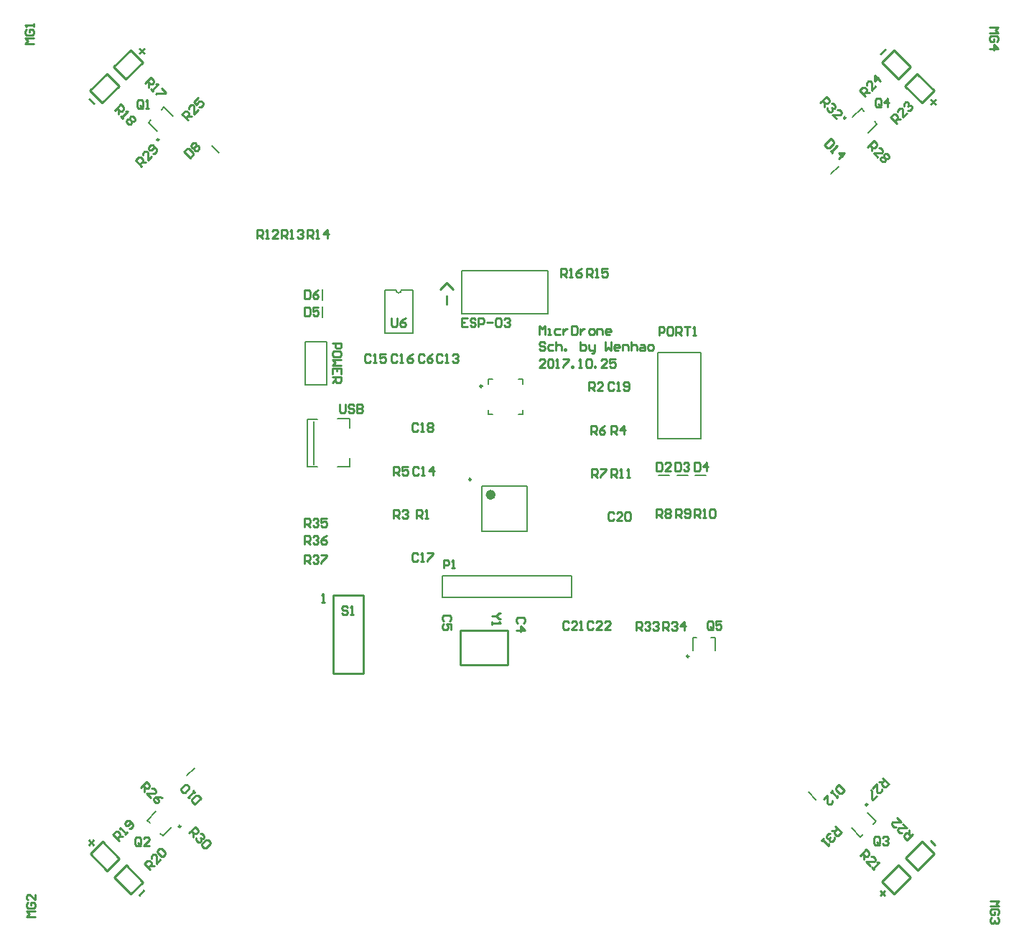
<source format=gto>
%FSLAX25Y25*%
%MOIN*%
G70*
G01*
G75*
G04:AMPARAMS|DCode=10|XSize=78.74mil|YSize=47.24mil|CornerRadius=0mil|HoleSize=0mil|Usage=FLASHONLY|Rotation=45.000|XOffset=0mil|YOffset=0mil|HoleType=Round|Shape=Rectangle|*
%AMROTATEDRECTD10*
4,1,4,-0.01114,-0.04454,-0.04454,-0.01114,0.01114,0.04454,0.04454,0.01114,-0.01114,-0.04454,0.0*
%
%ADD10ROTATEDRECTD10*%

G04:AMPARAMS|DCode=11|XSize=78.74mil|YSize=47.24mil|CornerRadius=0mil|HoleSize=0mil|Usage=FLASHONLY|Rotation=315.000|XOffset=0mil|YOffset=0mil|HoleType=Round|Shape=Rectangle|*
%AMROTATEDRECTD11*
4,1,4,-0.04454,0.01114,-0.01114,0.04454,0.04454,-0.01114,0.01114,-0.04454,-0.04454,0.01114,0.0*
%
%ADD11ROTATEDRECTD11*%

%ADD12O,0.08268X0.01181*%
%ADD13O,0.01181X0.08268*%
G04:AMPARAMS|DCode=14|XSize=59.06mil|YSize=51.18mil|CornerRadius=0mil|HoleSize=0mil|Usage=FLASHONLY|Rotation=225.000|XOffset=0mil|YOffset=0mil|HoleType=Round|Shape=Rectangle|*
%AMROTATEDRECTD14*
4,1,4,0.00278,0.03897,0.03897,0.00278,-0.00278,-0.03897,-0.03897,-0.00278,0.00278,0.03897,0.0*
%
%ADD14ROTATEDRECTD14*%

G04:AMPARAMS|DCode=15|XSize=35.43mil|YSize=37.4mil|CornerRadius=0mil|HoleSize=0mil|Usage=FLASHONLY|Rotation=45.000|XOffset=0mil|YOffset=0mil|HoleType=Round|Shape=Rectangle|*
%AMROTATEDRECTD15*
4,1,4,0.00070,-0.02575,-0.02575,0.00070,-0.00070,0.02575,0.02575,-0.00070,0.00070,-0.02575,0.0*
%
%ADD15ROTATEDRECTD15*%

G04:AMPARAMS|DCode=16|XSize=35.43mil|YSize=37.4mil|CornerRadius=0mil|HoleSize=0mil|Usage=FLASHONLY|Rotation=45.000|XOffset=0mil|YOffset=0mil|HoleType=Round|Shape=Rectangle|*
%AMROTATEDRECTD16*
4,1,4,0.00070,-0.02575,-0.02575,0.00070,-0.00070,0.02575,0.02575,-0.00070,0.00070,-0.02575,0.0*
%
%ADD16ROTATEDRECTD16*%

G04:AMPARAMS|DCode=17|XSize=59.06mil|YSize=51.18mil|CornerRadius=0mil|HoleSize=0mil|Usage=FLASHONLY|Rotation=135.000|XOffset=0mil|YOffset=0mil|HoleType=Round|Shape=Rectangle|*
%AMROTATEDRECTD17*
4,1,4,0.03897,-0.00278,0.00278,-0.03897,-0.03897,0.00278,-0.00278,0.03897,0.03897,-0.00278,0.0*
%
%ADD17ROTATEDRECTD17*%

G04:AMPARAMS|DCode=18|XSize=53.15mil|YSize=15.75mil|CornerRadius=0mil|HoleSize=0mil|Usage=FLASHONLY|Rotation=0.000|XOffset=0mil|YOffset=0mil|HoleType=Round|Shape=Octagon|*
%AMOCTAGOND18*
4,1,8,0.02658,-0.00394,0.02658,0.00394,0.02264,0.00787,-0.02264,0.00787,-0.02658,0.00394,-0.02658,-0.00394,-0.02264,-0.00787,0.02264,-0.00787,0.02658,-0.00394,0.0*
%
%ADD18OCTAGOND18*%

%ADD19R,0.07480X0.09000*%
%ADD20R,0.07480X0.07087*%
G04:AMPARAMS|DCode=21|XSize=35.43mil|YSize=37.4mil|CornerRadius=0mil|HoleSize=0mil|Usage=FLASHONLY|Rotation=135.000|XOffset=0mil|YOffset=0mil|HoleType=Round|Shape=Rectangle|*
%AMROTATEDRECTD21*
4,1,4,0.02575,0.00070,-0.00070,-0.02575,-0.02575,-0.00070,0.00070,0.02575,0.02575,0.00070,0.0*
%
%ADD21ROTATEDRECTD21*%

G04:AMPARAMS|DCode=22|XSize=35.43mil|YSize=37.4mil|CornerRadius=0mil|HoleSize=0mil|Usage=FLASHONLY|Rotation=135.000|XOffset=0mil|YOffset=0mil|HoleType=Round|Shape=Rectangle|*
%AMROTATEDRECTD22*
4,1,4,0.02575,0.00070,-0.00070,-0.02575,-0.02575,-0.00070,0.00070,0.02575,0.02575,0.00070,0.0*
%
%ADD22ROTATEDRECTD22*%

%ADD23R,0.07480X0.02756*%
%ADD24O,0.02362X0.00984*%
%ADD25O,0.00984X0.02362*%
%ADD26R,0.11024X0.10630*%
%ADD27R,0.05906X0.05118*%
%ADD28R,0.05906X0.03937*%
%ADD29R,0.04724X0.01654*%
%ADD30R,0.05118X0.05906*%
%ADD31R,0.03543X0.03740*%
%ADD32R,0.03543X0.03740*%
%ADD33C,0.01000*%
%ADD34C,0.05906*%
%ADD35R,0.05906X0.05906*%
%ADD36R,0.05906X0.05906*%
%ADD37C,0.31496*%
%ADD38C,0.01969*%
%ADD39R,0.06102X0.04331*%
%ADD40R,0.06102X0.04331*%
%ADD41R,0.06102X0.13583*%
%ADD42R,0.07874X0.05906*%
%ADD43R,0.09843X0.07087*%
%ADD44R,0.03937X0.01575*%
%ADD45R,0.03937X0.01575*%
%ADD46R,0.07087X0.09843*%
%ADD47R,0.01575X0.03937*%
%ADD48R,0.01575X0.03937*%
%ADD49C,0.00984*%
%ADD50C,0.02362*%
%ADD51C,0.00787*%
D33*
X204517Y1001404D02*
X206638Y1003525D01*
X204517D02*
X206638Y1001404D01*
X192496Y995040D02*
X200274Y1002818D01*
X192496Y995040D02*
X198153Y989383D01*
X205931Y997161D01*
X200274Y1002818D02*
X205931Y997161D01*
X189314Y991858D02*
X194971Y986201D01*
X187192Y978423D02*
X194971Y986201D01*
X181536Y984080D02*
X187192Y978423D01*
X181536Y984080D02*
X189314Y991858D01*
X181182Y980191D02*
X183303Y978069D01*
X571904Y979984D02*
X574025Y977862D01*
X571904D02*
X574025Y979984D01*
X565540Y992004D02*
X573318Y984226D01*
X559883Y986347D02*
X565540Y992004D01*
X559883Y986347D02*
X567661Y978569D01*
X573318Y984226D01*
X556701Y989529D02*
X562358Y995186D01*
X548923Y997308D02*
X556701Y989529D01*
X548923Y997308D02*
X554580Y1002964D01*
X562358Y995186D01*
X548569Y1001197D02*
X550691Y1003318D01*
X180975Y636138D02*
X183096Y634017D01*
X180975D02*
X183096Y636138D01*
X181682Y629774D02*
X189460Y621996D01*
X195117Y627653D01*
X187339Y635431D02*
X195117Y627653D01*
X181682Y629774D02*
X187339Y635431D01*
X192642Y618814D02*
X198299Y624471D01*
X206077Y616692D01*
X200420Y611036D02*
X206077Y616692D01*
X192642Y618814D02*
X200420Y611036D01*
X204309Y610682D02*
X206431Y612803D01*
X548362Y610475D02*
X550484Y612596D01*
X548362D02*
X550484Y610475D01*
X554726Y611182D02*
X562504Y618960D01*
X556847Y624617D02*
X562504Y618960D01*
X549069Y616839D02*
X556847Y624617D01*
X549069Y616839D02*
X554726Y611182D01*
X560029Y627799D02*
X565686Y622142D01*
X560029Y627799D02*
X567808Y635577D01*
X573464Y629920D01*
X565686Y622142D02*
X573464Y629920D01*
X571697Y635931D02*
X573818Y633809D01*
X294500Y713500D02*
Y749720D01*
X308280D01*
Y713500D02*
Y749720D01*
X294500Y713500D02*
X308280D01*
X375500Y717500D02*
Y733500D01*
X353500D02*
X375500D01*
X353500Y717500D02*
Y733500D01*
Y717500D02*
X375500D01*
X390000Y871000D02*
Y874936D01*
X391312Y873624D01*
X392624Y874936D01*
Y871000D01*
X393936D02*
X395248D01*
X394592D01*
Y873624D01*
X393936D01*
X399839D02*
X397871D01*
X397216Y872968D01*
Y871656D01*
X397871Y871000D01*
X399839D01*
X401151Y873624D02*
Y871000D01*
Y872312D01*
X401807Y872968D01*
X402463Y873624D01*
X403119D01*
X405087Y874936D02*
Y871000D01*
X407055D01*
X407711Y871656D01*
Y874280D01*
X407055Y874936D01*
X405087D01*
X409023Y873624D02*
Y871000D01*
Y872312D01*
X409679Y872968D01*
X410335Y873624D01*
X410991D01*
X413614Y871000D02*
X414926D01*
X415582Y871656D01*
Y872968D01*
X414926Y873624D01*
X413614D01*
X412958Y872968D01*
Y871656D01*
X413614Y871000D01*
X416894D02*
Y873624D01*
X418862D01*
X419518Y872968D01*
Y871000D01*
X422798D02*
X421486D01*
X420830Y871656D01*
Y872968D01*
X421486Y873624D01*
X422798D01*
X423454Y872968D01*
Y872312D01*
X420830D01*
X392624Y855500D02*
X390000D01*
X392624Y858124D01*
Y858780D01*
X391968Y859436D01*
X390656D01*
X390000Y858780D01*
X393936D02*
X394592Y859436D01*
X395904D01*
X396560Y858780D01*
Y856156D01*
X395904Y855500D01*
X394592D01*
X393936Y856156D01*
Y858780D01*
X397871Y855500D02*
X399183D01*
X398527D01*
Y859436D01*
X397871Y858780D01*
X401151Y859436D02*
X403775D01*
Y858780D01*
X401151Y856156D01*
Y855500D01*
X405087D02*
Y856156D01*
X405743D01*
Y855500D01*
X405087D01*
X408367D02*
X409679D01*
X409023D01*
Y859436D01*
X408367Y858780D01*
X411647D02*
X412302Y859436D01*
X413614D01*
X414270Y858780D01*
Y856156D01*
X413614Y855500D01*
X412302D01*
X411647Y856156D01*
Y858780D01*
X415582Y855500D02*
Y856156D01*
X416238D01*
Y855500D01*
X415582D01*
X421486D02*
X418862D01*
X421486Y858124D01*
Y858780D01*
X420830Y859436D01*
X419518D01*
X418862Y858780D01*
X425422Y859436D02*
X422798D01*
Y857468D01*
X424110Y858124D01*
X424766D01*
X425422Y857468D01*
Y856156D01*
X424766Y855500D01*
X423454D01*
X422798Y856156D01*
X392624Y866780D02*
X391968Y867436D01*
X390656D01*
X390000Y866780D01*
Y866124D01*
X390656Y865468D01*
X391968D01*
X392624Y864812D01*
Y864156D01*
X391968Y863500D01*
X390656D01*
X390000Y864156D01*
X396560Y866124D02*
X394592D01*
X393936Y865468D01*
Y864156D01*
X394592Y863500D01*
X396560D01*
X397871Y867436D02*
Y863500D01*
Y865468D01*
X398527Y866124D01*
X399839D01*
X400495Y865468D01*
Y863500D01*
X401807D02*
Y864156D01*
X402463D01*
Y863500D01*
X401807D01*
X409023Y867436D02*
Y863500D01*
X410991D01*
X411647Y864156D01*
Y864812D01*
Y865468D01*
X410991Y866124D01*
X409023D01*
X412958D02*
Y864156D01*
X413614Y863500D01*
X415582D01*
Y862844D01*
X414926Y862188D01*
X414270D01*
X415582Y863500D02*
Y866124D01*
X420830Y867436D02*
Y863500D01*
X422142Y864812D01*
X423454Y863500D01*
Y867436D01*
X426734Y863500D02*
X425422D01*
X424766Y864156D01*
Y865468D01*
X425422Y866124D01*
X426734D01*
X427389Y865468D01*
Y864812D01*
X424766D01*
X428701Y863500D02*
Y866124D01*
X430669D01*
X431325Y865468D01*
Y863500D01*
X432637Y867436D02*
Y863500D01*
Y865468D01*
X433293Y866124D01*
X434605D01*
X435261Y865468D01*
Y863500D01*
X437229Y866124D02*
X438541D01*
X439197Y865468D01*
Y863500D01*
X437229D01*
X436573Y864156D01*
X437229Y864812D01*
X439197D01*
X441165Y863500D02*
X442477D01*
X443132Y864156D01*
Y865468D01*
X442477Y866124D01*
X441165D01*
X440509Y865468D01*
Y864156D01*
X441165Y863500D01*
X371936Y741500D02*
X371280D01*
X369968Y740188D01*
X371280Y738876D01*
X371936D01*
X369968Y740188D02*
X368000D01*
Y737564D02*
Y736252D01*
Y736908D01*
X371936D01*
X371280Y737564D01*
X321500Y878436D02*
Y875156D01*
X322156Y874500D01*
X323468D01*
X324124Y875156D01*
Y878436D01*
X328060D02*
X326748Y877780D01*
X325436Y876468D01*
Y875156D01*
X326092Y874500D01*
X327404D01*
X328060Y875156D01*
Y875812D01*
X327404Y876468D01*
X325436D01*
X301124Y744280D02*
X300468Y744936D01*
X299156D01*
X298500Y744280D01*
Y743624D01*
X299156Y742968D01*
X300468D01*
X301124Y742312D01*
Y741656D01*
X300468Y741000D01*
X299156D01*
X298500Y741656D01*
X302436Y741000D02*
X303748D01*
X303092D01*
Y744936D01*
X302436Y744280D01*
X281000Y764500D02*
Y768436D01*
X282968D01*
X283624Y767780D01*
Y766468D01*
X282968Y765812D01*
X281000D01*
X282312D02*
X283624Y764500D01*
X284936Y767780D02*
X285592Y768436D01*
X286904D01*
X287560Y767780D01*
Y767124D01*
X286904Y766468D01*
X286248D01*
X286904D01*
X287560Y765812D01*
Y765156D01*
X286904Y764500D01*
X285592D01*
X284936Y765156D01*
X288872Y768436D02*
X291495D01*
Y767780D01*
X288872Y765156D01*
Y764500D01*
X281000Y773500D02*
Y777436D01*
X282968D01*
X283624Y776780D01*
Y775468D01*
X282968Y774812D01*
X281000D01*
X282312D02*
X283624Y773500D01*
X284936Y776780D02*
X285592Y777436D01*
X286904D01*
X287560Y776780D01*
Y776124D01*
X286904Y775468D01*
X286248D01*
X286904D01*
X287560Y774812D01*
Y774156D01*
X286904Y773500D01*
X285592D01*
X284936Y774156D01*
X291495Y777436D02*
X290183Y776780D01*
X288872Y775468D01*
Y774156D01*
X289527Y773500D01*
X290839D01*
X291495Y774156D01*
Y774812D01*
X290839Y775468D01*
X288872D01*
X281000Y781500D02*
Y785436D01*
X282968D01*
X283624Y784780D01*
Y783468D01*
X282968Y782812D01*
X281000D01*
X282312D02*
X283624Y781500D01*
X284936Y784780D02*
X285592Y785436D01*
X286904D01*
X287560Y784780D01*
Y784124D01*
X286904Y783468D01*
X286248D01*
X286904D01*
X287560Y782812D01*
Y782156D01*
X286904Y781500D01*
X285592D01*
X284936Y782156D01*
X291495Y785436D02*
X288872D01*
Y783468D01*
X290183Y784124D01*
X290839D01*
X291495Y783468D01*
Y782156D01*
X290839Y781500D01*
X289527D01*
X288872Y782156D01*
X447500Y733500D02*
Y737436D01*
X449468D01*
X450124Y736780D01*
Y735468D01*
X449468Y734812D01*
X447500D01*
X448812D02*
X450124Y733500D01*
X451436Y736780D02*
X452092Y737436D01*
X453404D01*
X454060Y736780D01*
Y736124D01*
X453404Y735468D01*
X452748D01*
X453404D01*
X454060Y734812D01*
Y734156D01*
X453404Y733500D01*
X452092D01*
X451436Y734156D01*
X457339Y733500D02*
Y737436D01*
X455372Y735468D01*
X457995D01*
X435000Y733500D02*
Y737436D01*
X436968D01*
X437624Y736780D01*
Y735468D01*
X436968Y734812D01*
X435000D01*
X436312D02*
X437624Y733500D01*
X438936Y736780D02*
X439592Y737436D01*
X440904D01*
X441560Y736780D01*
Y736124D01*
X440904Y735468D01*
X440248D01*
X440904D01*
X441560Y734812D01*
Y734156D01*
X440904Y733500D01*
X439592D01*
X438936Y734156D01*
X442872Y736780D02*
X443527Y737436D01*
X444839D01*
X445495Y736780D01*
Y736124D01*
X444839Y735468D01*
X444183D01*
X444839D01*
X445495Y734812D01*
Y734156D01*
X444839Y733500D01*
X443527D01*
X442872Y734156D01*
X520500Y978500D02*
X523283Y981283D01*
X524675Y979891D01*
Y978964D01*
X523747Y978036D01*
X522819D01*
X521428Y979428D01*
X522355Y978500D02*
Y976645D01*
X525602Y978036D02*
X526530D01*
X527458Y977108D01*
X527458Y976181D01*
X526994Y975717D01*
X526066D01*
X525602Y976181D01*
X526066Y975717D01*
X526066Y974789D01*
X525602Y974325D01*
X524675D01*
X523747Y975253D01*
Y976181D01*
X527921Y971079D02*
X526066Y972934D01*
X529777D01*
X530240Y973398D01*
X530240Y974325D01*
X529313Y975253D01*
X528385D01*
X527500Y642500D02*
X530283Y639717D01*
X528892Y638326D01*
X527964D01*
X527036Y639253D01*
Y640181D01*
X528428Y641572D01*
X527500Y640645D02*
X525645D01*
X527036Y637398D02*
Y636470D01*
X526109Y635542D01*
X525181Y635542D01*
X524717Y636006D01*
Y636934D01*
X525181Y637398D01*
X524717Y636934D01*
X523789Y636934D01*
X523325Y637398D01*
Y638326D01*
X524253Y639253D01*
X525181D01*
X521934Y636934D02*
X521006Y636006D01*
X521470Y636470D01*
X524253Y633687D01*
Y634615D01*
X227500Y639500D02*
X230283Y642283D01*
X231675Y640892D01*
Y639964D01*
X230747Y639036D01*
X229819D01*
X228428Y640428D01*
X229355Y639500D02*
Y637645D01*
X232602Y639036D02*
X233530D01*
X234457Y638108D01*
X234457Y637181D01*
X233994Y636717D01*
X233066D01*
X232602Y637181D01*
X233066Y636717D01*
X233066Y635789D01*
X232602Y635325D01*
X231675D01*
X230747Y636253D01*
Y637181D01*
X235385Y636253D02*
X236313D01*
X237241Y635325D01*
X237241Y634398D01*
X235385Y632543D01*
X234457Y632543D01*
X233530Y633470D01*
Y634398D01*
X235385Y636253D01*
X205500Y949000D02*
X202717Y951783D01*
X204109Y953174D01*
X205036D01*
X205964Y952247D01*
Y951319D01*
X204572Y949928D01*
X205500Y950855D02*
X207355D01*
X210138Y953638D02*
X208283Y951783D01*
Y955494D01*
X207819Y955958D01*
X206891Y955958D01*
X205964Y955030D01*
Y954102D01*
X210602Y955030D02*
X211530D01*
X212457Y955958D01*
X212457Y956885D01*
X210602Y958741D01*
X209675Y958741D01*
X208747Y957813D01*
Y956885D01*
X209211Y956421D01*
X210138D01*
X211530Y957813D01*
X542500Y958000D02*
X545283Y960783D01*
X546674Y959391D01*
Y958464D01*
X545747Y957536D01*
X544819D01*
X543428Y958928D01*
X544355Y958000D02*
Y956145D01*
X547138Y953362D02*
X545283Y955217D01*
X548994D01*
X549458Y955681D01*
X549458Y956608D01*
X548530Y957536D01*
X547602D01*
X550385Y954753D02*
X551313D01*
X552241Y953825D01*
X552240Y952898D01*
X551777Y952434D01*
X550849D01*
X550849Y951506D01*
X550385Y951042D01*
X549458Y951042D01*
X548530Y951970D01*
Y952898D01*
X548994Y953362D01*
X549921D01*
Y954289D01*
X550385Y954753D01*
X549921Y953362D02*
X550849Y952434D01*
X549500Y665000D02*
X552283Y662217D01*
X550891Y660825D01*
X549964D01*
X549036Y661753D01*
Y662681D01*
X550428Y664072D01*
X549500Y663145D02*
X547645D01*
X544862Y660362D02*
X546717Y662217D01*
Y658506D01*
X547181Y658042D01*
X548108Y658042D01*
X549036Y658970D01*
Y659898D01*
X546717Y656651D02*
X544862Y654796D01*
X544398Y655260D01*
Y658970D01*
X543934Y659434D01*
X205000Y660500D02*
X207783Y663283D01*
X209174Y661892D01*
Y660964D01*
X208247Y660036D01*
X207319D01*
X205928Y661428D01*
X206855Y660500D02*
Y658645D01*
X209638Y655862D02*
X207783Y657717D01*
X211494D01*
X211958Y658181D01*
X211958Y659108D01*
X211030Y660036D01*
X210102D01*
X215204Y655862D02*
X213813Y656325D01*
X211958D01*
X211030Y655398D01*
Y654470D01*
X211958Y653543D01*
X212885Y653543D01*
X213349Y654006D01*
X213349Y654934D01*
X211958Y656325D01*
X227000Y970500D02*
X224217Y973283D01*
X225608Y974675D01*
X226536D01*
X227464Y973747D01*
Y972819D01*
X226072Y971428D01*
X227000Y972355D02*
X228855D01*
X231638Y975138D02*
X229783Y973283D01*
Y976994D01*
X229319Y977458D01*
X228392Y977458D01*
X227464Y976530D01*
Y975602D01*
X231638Y980704D02*
X229783Y978849D01*
X231174Y977458D01*
X231638Y978849D01*
X232102Y979313D01*
X233030D01*
X233958Y978385D01*
X233958Y977458D01*
X233030Y976530D01*
X232102D01*
X541500Y981500D02*
X538717Y984283D01*
X540108Y985674D01*
X541036D01*
X541964Y984747D01*
Y983819D01*
X540572Y982428D01*
X541500Y983355D02*
X543355D01*
X546138Y986138D02*
X544283Y984283D01*
Y987994D01*
X543819Y988457D01*
X542892Y988457D01*
X541964Y987530D01*
Y986602D01*
X548457Y988457D02*
X545675Y991241D01*
Y988457D01*
X547530Y990313D01*
X556000Y969000D02*
X553217Y971783D01*
X554608Y973174D01*
X555536D01*
X556464Y972247D01*
Y971319D01*
X555072Y969928D01*
X556000Y970855D02*
X557855D01*
X560638Y973638D02*
X558783Y971783D01*
Y975494D01*
X558319Y975957D01*
X557392Y975957D01*
X556464Y975030D01*
Y974102D01*
X559247Y976885D02*
Y977813D01*
X560175Y978741D01*
X561102Y978741D01*
X561566Y978277D01*
Y977349D01*
X561102Y976885D01*
X561566Y977349D01*
X562494Y977349D01*
X562957Y976885D01*
X562957Y975957D01*
X562030Y975030D01*
X561102D01*
X563500Y639000D02*
X560717Y636217D01*
X559326Y637608D01*
Y638536D01*
X560253Y639464D01*
X561181D01*
X562572Y638072D01*
X561645Y639000D02*
Y640855D01*
X558862Y643638D02*
X560717Y641783D01*
X557006D01*
X556542Y641319D01*
X556542Y640391D01*
X557470Y639464D01*
X558398D01*
X556079Y646421D02*
X557934Y644566D01*
X554223D01*
X553760Y644102D01*
X553759Y643175D01*
X554687Y642247D01*
X555615D01*
X539000Y629000D02*
X541783Y631783D01*
X543175Y630392D01*
Y629464D01*
X542247Y628536D01*
X541319D01*
X539928Y629928D01*
X540855Y629000D02*
Y627145D01*
X543638Y624362D02*
X541783Y626217D01*
X545494D01*
X545958Y626681D01*
X545958Y627608D01*
X545030Y628536D01*
X544102D01*
X544566Y623434D02*
X545494Y622506D01*
X545030Y622970D01*
X547813Y625753D01*
X546885D01*
X209500Y622500D02*
X206717Y625283D01*
X208108Y626675D01*
X209036D01*
X209964Y625747D01*
Y624819D01*
X208572Y623428D01*
X209500Y624355D02*
X211355D01*
X214138Y627138D02*
X212283Y625283D01*
Y628994D01*
X211819Y629458D01*
X210892Y629458D01*
X209964Y628530D01*
Y627602D01*
X212747Y630385D02*
Y631313D01*
X213674Y632240D01*
X214602Y632240D01*
X216458Y630385D01*
X216458Y629458D01*
X215530Y628530D01*
X214602D01*
X212747Y630385D01*
X195000Y636000D02*
X192217Y638783D01*
X193608Y640174D01*
X194536D01*
X195464Y639247D01*
Y638319D01*
X194072Y636928D01*
X195000Y637855D02*
X196855D01*
X197783Y638783D02*
X198711Y639711D01*
X198247Y639247D01*
X195464Y642030D01*
Y641102D01*
X199638Y641566D02*
X200566D01*
X201494Y642494D01*
X201494Y643421D01*
X199638Y645277D01*
X198711Y645277D01*
X197783Y644349D01*
Y643421D01*
X198247Y642957D01*
X199174Y642957D01*
X200566Y644349D01*
X193000Y975000D02*
X195783Y977783D01*
X197175Y976392D01*
Y975464D01*
X196247Y974536D01*
X195319D01*
X193928Y975928D01*
X194855Y975000D02*
Y973145D01*
X195783Y972217D02*
X196711Y971289D01*
X196247Y971753D01*
X199030Y974536D01*
X198102D01*
X200421Y972217D02*
X201349D01*
X202277Y971289D01*
X202277Y970362D01*
X201813Y969898D01*
X200885D01*
X200885Y968970D01*
X200421Y968506D01*
X199494Y968506D01*
X198566Y969434D01*
Y970362D01*
X199030Y970825D01*
X199958D01*
X199958Y971753D01*
X200421Y972217D01*
X199958Y970825D02*
X200885Y969898D01*
X207000Y987500D02*
X209783Y990283D01*
X211175Y988892D01*
Y987964D01*
X210247Y987036D01*
X209319D01*
X207928Y988428D01*
X208855Y987500D02*
Y985645D01*
X209783Y984717D02*
X210711Y983789D01*
X210247Y984253D01*
X213030Y987036D01*
X212102D01*
X214885Y985181D02*
X216740Y983325D01*
X216277Y982862D01*
X212566D01*
X212102Y982398D01*
X400000Y897500D02*
Y901436D01*
X401968D01*
X402624Y900780D01*
Y899468D01*
X401968Y898812D01*
X400000D01*
X401312D02*
X402624Y897500D01*
X403936D02*
X405248D01*
X404592D01*
Y901436D01*
X403936Y900780D01*
X409839Y901436D02*
X408527Y900780D01*
X407215Y899468D01*
Y898156D01*
X407871Y897500D01*
X409183D01*
X409839Y898156D01*
Y898812D01*
X409183Y899468D01*
X407215D01*
X412000Y897500D02*
Y901436D01*
X413968D01*
X414624Y900780D01*
Y899468D01*
X413968Y898812D01*
X412000D01*
X413312D02*
X414624Y897500D01*
X415936D02*
X417248D01*
X416592D01*
Y901436D01*
X415936Y900780D01*
X421839Y901436D02*
X419215D01*
Y899468D01*
X420527Y900124D01*
X421183D01*
X421839Y899468D01*
Y898156D01*
X421183Y897500D01*
X419872D01*
X419215Y898156D01*
X282500Y915500D02*
Y919436D01*
X284468D01*
X285124Y918780D01*
Y917468D01*
X284468Y916812D01*
X282500D01*
X283812D02*
X285124Y915500D01*
X286436D02*
X287748D01*
X287092D01*
Y919436D01*
X286436Y918780D01*
X291683Y915500D02*
Y919436D01*
X289716Y917468D01*
X292339D01*
X270500Y915500D02*
Y919436D01*
X272468D01*
X273124Y918780D01*
Y917468D01*
X272468Y916812D01*
X270500D01*
X271812D02*
X273124Y915500D01*
X274436D02*
X275748D01*
X275092D01*
Y919436D01*
X274436Y918780D01*
X277715D02*
X278372Y919436D01*
X279683D01*
X280339Y918780D01*
Y918124D01*
X279683Y917468D01*
X279027D01*
X279683D01*
X280339Y916812D01*
Y916156D01*
X279683Y915500D01*
X278372D01*
X277715Y916156D01*
X259000Y915500D02*
Y919436D01*
X260968D01*
X261624Y918780D01*
Y917468D01*
X260968Y916812D01*
X259000D01*
X260312D02*
X261624Y915500D01*
X262936D02*
X264248D01*
X263592D01*
Y919436D01*
X262936Y918780D01*
X268839Y915500D02*
X266215D01*
X268839Y918124D01*
Y918780D01*
X268183Y919436D01*
X266872D01*
X266215Y918780D01*
X423500Y804500D02*
Y808436D01*
X425468D01*
X426124Y807780D01*
Y806468D01*
X425468Y805812D01*
X423500D01*
X424812D02*
X426124Y804500D01*
X427436D02*
X428748D01*
X428092D01*
Y808436D01*
X427436Y807780D01*
X430716Y804500D02*
X432027D01*
X431371D01*
Y808436D01*
X430716Y807780D01*
X462000Y786000D02*
Y789936D01*
X463968D01*
X464624Y789280D01*
Y787968D01*
X463968Y787312D01*
X462000D01*
X463312D02*
X464624Y786000D01*
X465936D02*
X467248D01*
X466592D01*
Y789936D01*
X465936Y789280D01*
X469215D02*
X469872Y789936D01*
X471183D01*
X471839Y789280D01*
Y786656D01*
X471183Y786000D01*
X469872D01*
X469215Y786656D01*
Y789280D01*
X453500Y786000D02*
Y789936D01*
X455468D01*
X456124Y789280D01*
Y787968D01*
X455468Y787312D01*
X453500D01*
X454812D02*
X456124Y786000D01*
X457436Y786656D02*
X458092Y786000D01*
X459404D01*
X460060Y786656D01*
Y789280D01*
X459404Y789936D01*
X458092D01*
X457436Y789280D01*
Y788624D01*
X458092Y787968D01*
X460060D01*
X444500Y786000D02*
Y789936D01*
X446468D01*
X447124Y789280D01*
Y787968D01*
X446468Y787312D01*
X444500D01*
X445812D02*
X447124Y786000D01*
X448436Y789280D02*
X449092Y789936D01*
X450404D01*
X451060Y789280D01*
Y788624D01*
X450404Y787968D01*
X451060Y787312D01*
Y786656D01*
X450404Y786000D01*
X449092D01*
X448436Y786656D01*
Y787312D01*
X449092Y787968D01*
X448436Y788624D01*
Y789280D01*
X449092Y787968D02*
X450404D01*
X414500Y804500D02*
Y808436D01*
X416468D01*
X417124Y807780D01*
Y806468D01*
X416468Y805812D01*
X414500D01*
X415812D02*
X417124Y804500D01*
X418436Y808436D02*
X421060D01*
Y807780D01*
X418436Y805156D01*
Y804500D01*
X414000Y824500D02*
Y828436D01*
X415968D01*
X416624Y827780D01*
Y826468D01*
X415968Y825812D01*
X414000D01*
X415312D02*
X416624Y824500D01*
X420560Y828436D02*
X419248Y827780D01*
X417936Y826468D01*
Y825156D01*
X418592Y824500D01*
X419904D01*
X420560Y825156D01*
Y825812D01*
X419904Y826468D01*
X417936D01*
X322500Y805500D02*
Y809436D01*
X324468D01*
X325124Y808780D01*
Y807468D01*
X324468Y806812D01*
X322500D01*
X323812D02*
X325124Y805500D01*
X329060Y809436D02*
X326436D01*
Y807468D01*
X327748Y808124D01*
X328404D01*
X329060Y807468D01*
Y806156D01*
X328404Y805500D01*
X327092D01*
X326436Y806156D01*
X423500Y824500D02*
Y828436D01*
X425468D01*
X426124Y827780D01*
Y826468D01*
X425468Y825812D01*
X423500D01*
X424812D02*
X426124Y824500D01*
X429404D02*
Y828436D01*
X427436Y826468D01*
X430060D01*
X322500Y785500D02*
Y789436D01*
X324468D01*
X325124Y788780D01*
Y787468D01*
X324468Y786812D01*
X322500D01*
X323812D02*
X325124Y785500D01*
X326436Y788780D02*
X327092Y789436D01*
X328404D01*
X329060Y788780D01*
Y788124D01*
X328404Y787468D01*
X327748D01*
X328404D01*
X329060Y786812D01*
Y786156D01*
X328404Y785500D01*
X327092D01*
X326436Y786156D01*
X413000Y845000D02*
Y848936D01*
X414968D01*
X415624Y848280D01*
Y846968D01*
X414968Y846312D01*
X413000D01*
X414312D02*
X415624Y845000D01*
X419560D02*
X416936D01*
X419560Y847624D01*
Y848280D01*
X418904Y848936D01*
X417592D01*
X416936Y848280D01*
X333000Y785500D02*
Y789436D01*
X334968D01*
X335624Y788780D01*
Y787468D01*
X334968Y786812D01*
X333000D01*
X334312D02*
X335624Y785500D01*
X336936D02*
X338248D01*
X337592D01*
Y789436D01*
X336936Y788780D01*
X470624Y734656D02*
Y737280D01*
X469968Y737936D01*
X468656D01*
X468000Y737280D01*
Y734656D01*
X468656Y734000D01*
X469968D01*
X469312Y735312D02*
X470624Y734000D01*
X469968D02*
X470624Y734656D01*
X474560Y737936D02*
X471936D01*
Y735968D01*
X473248Y736624D01*
X473904D01*
X474560Y735968D01*
Y734656D01*
X473904Y734000D01*
X472592D01*
X471936Y734656D01*
X548624Y977156D02*
Y979780D01*
X547968Y980436D01*
X546656D01*
X546000Y979780D01*
Y977156D01*
X546656Y976500D01*
X547968D01*
X547312Y977812D02*
X548624Y976500D01*
X547968D02*
X548624Y977156D01*
X551904Y976500D02*
Y980436D01*
X549936Y978468D01*
X552560D01*
X548124Y634656D02*
Y637280D01*
X547468Y637936D01*
X546156D01*
X545500Y637280D01*
Y634656D01*
X546156Y634000D01*
X547468D01*
X546812Y635312D02*
X548124Y634000D01*
X547468D02*
X548124Y634656D01*
X549436Y637280D02*
X550092Y637936D01*
X551404D01*
X552060Y637280D01*
Y636624D01*
X551404Y635968D01*
X550748D01*
X551404D01*
X552060Y635312D01*
Y634656D01*
X551404Y634000D01*
X550092D01*
X549436Y634656D01*
X205124Y634156D02*
Y636780D01*
X204468Y637436D01*
X203156D01*
X202500Y636780D01*
Y634156D01*
X203156Y633500D01*
X204468D01*
X203812Y634812D02*
X205124Y633500D01*
X204468D02*
X205124Y634156D01*
X209060Y633500D02*
X206436D01*
X209060Y636124D01*
Y636780D01*
X208404Y637436D01*
X207092D01*
X206436Y636780D01*
X206124Y976656D02*
Y979280D01*
X205468Y979936D01*
X204156D01*
X203500Y979280D01*
Y976656D01*
X204156Y976000D01*
X205468D01*
X204812Y977312D02*
X206124Y976000D01*
X205468D02*
X206124Y976656D01*
X207436Y976000D02*
X208748D01*
X208092D01*
Y979936D01*
X207436Y979280D01*
X294000Y867000D02*
X297936D01*
Y865032D01*
X297280Y864376D01*
X295968D01*
X295312Y865032D01*
Y867000D01*
X297936Y861096D02*
Y862408D01*
X297280Y863064D01*
X294656D01*
X294000Y862408D01*
Y861096D01*
X294656Y860440D01*
X297280D01*
X297936Y861096D01*
Y859128D02*
X294000D01*
X295312Y857817D01*
X294000Y856505D01*
X297936D01*
Y852569D02*
Y855193D01*
X294000D01*
Y852569D01*
X295968Y855193D02*
Y853881D01*
X294000Y851257D02*
X297936D01*
Y849289D01*
X297280Y848633D01*
X295968D01*
X295312Y849289D01*
Y851257D01*
Y849945D02*
X294000Y848633D01*
X445600Y870600D02*
Y874536D01*
X447568D01*
X448224Y873880D01*
Y872568D01*
X447568Y871912D01*
X445600D01*
X451504Y874536D02*
X450192D01*
X449536Y873880D01*
Y871256D01*
X450192Y870600D01*
X451504D01*
X452160Y871256D01*
Y873880D01*
X451504Y874536D01*
X453472Y870600D02*
Y874536D01*
X455439D01*
X456095Y873880D01*
Y872568D01*
X455439Y871912D01*
X453472D01*
X454783D02*
X456095Y870600D01*
X457407Y874536D02*
X460031D01*
X458719D01*
Y870600D01*
X461343D02*
X462655D01*
X461999D01*
Y874536D01*
X461343Y873880D01*
X345600Y762400D02*
Y766336D01*
X347568D01*
X348224Y765680D01*
Y764368D01*
X347568Y763712D01*
X345600D01*
X349536Y762400D02*
X350848D01*
X350192D01*
Y766336D01*
X349536Y765680D01*
X297500Y838436D02*
Y835156D01*
X298156Y834500D01*
X299468D01*
X300124Y835156D01*
Y838436D01*
X304060Y837780D02*
X303404Y838436D01*
X302092D01*
X301436Y837780D01*
Y837124D01*
X302092Y836468D01*
X303404D01*
X304060Y835812D01*
Y835156D01*
X303404Y834500D01*
X302092D01*
X301436Y835156D01*
X305371Y838436D02*
Y834500D01*
X307339D01*
X307995Y835156D01*
Y835812D01*
X307339Y836468D01*
X305371D01*
X307339D01*
X307995Y837124D01*
Y837780D01*
X307339Y838436D01*
X305371D01*
X525283Y961783D02*
X522500Y959000D01*
X523891Y957609D01*
X524819D01*
X526675Y959464D01*
Y960392D01*
X525283Y961783D01*
Y956217D02*
X526211Y955289D01*
X525747Y955753D01*
X528530Y958536D01*
X527602D01*
X528994Y952506D02*
X531777Y955289D01*
X528994D01*
X530849Y953434D01*
X531783Y659217D02*
X529000Y662000D01*
X527608Y660608D01*
Y659681D01*
X529464Y657826D01*
X530392D01*
X531783Y659217D01*
X526217D02*
X525289Y658289D01*
X525753Y658753D01*
X528536Y655970D01*
Y656898D01*
X522043Y655043D02*
X523898Y656898D01*
Y653187D01*
X524362Y652723D01*
X525289Y652723D01*
X526217Y653651D01*
Y654579D01*
X230217Y652717D02*
X233000Y655500D01*
X231609Y656891D01*
X230681D01*
X228825Y655036D01*
Y654108D01*
X230217Y652717D01*
Y658283D02*
X229289Y659211D01*
X229753Y658747D01*
X226970Y655964D01*
X227898D01*
X225579Y658283D02*
X224651D01*
X223723Y659211D01*
X223723Y660138D01*
X225579Y661994D01*
X226506Y661994D01*
X227434Y661066D01*
Y660138D01*
X225579Y658283D01*
X225217Y955783D02*
X228000Y953000D01*
X229392Y954391D01*
Y955319D01*
X227536Y957174D01*
X226608D01*
X225217Y955783D01*
X228464Y958102D02*
Y959030D01*
X229392Y959958D01*
X230319Y959958D01*
X230783Y959494D01*
Y958566D01*
X231711Y958566D01*
X232174Y958102D01*
Y957174D01*
X231247Y956247D01*
X230319D01*
X229855Y956711D01*
Y957638D01*
X228928Y957638D01*
X228464Y958102D01*
X229855Y957638D02*
X230783Y958566D01*
X281000Y891436D02*
Y887500D01*
X282968D01*
X283624Y888156D01*
Y890780D01*
X282968Y891436D01*
X281000D01*
X287560D02*
X286248Y890780D01*
X284936Y889468D01*
Y888156D01*
X285592Y887500D01*
X286904D01*
X287560Y888156D01*
Y888812D01*
X286904Y889468D01*
X284936D01*
X281000Y883436D02*
Y879500D01*
X282968D01*
X283624Y880156D01*
Y882780D01*
X282968Y883436D01*
X281000D01*
X287560D02*
X284936D01*
Y881468D01*
X286248Y882124D01*
X286904D01*
X287560Y881468D01*
Y880156D01*
X286904Y879500D01*
X285592D01*
X284936Y880156D01*
X462000Y811436D02*
Y807500D01*
X463968D01*
X464624Y808156D01*
Y810780D01*
X463968Y811436D01*
X462000D01*
X467904Y807500D02*
Y811436D01*
X465936Y809468D01*
X468560D01*
X453000Y811436D02*
Y807500D01*
X454968D01*
X455624Y808156D01*
Y810780D01*
X454968Y811436D01*
X453000D01*
X456936Y810780D02*
X457592Y811436D01*
X458904D01*
X459560Y810780D01*
Y810124D01*
X458904Y809468D01*
X458248D01*
X458904D01*
X459560Y808812D01*
Y808156D01*
X458904Y807500D01*
X457592D01*
X456936Y808156D01*
X444500Y811436D02*
Y807500D01*
X446468D01*
X447124Y808156D01*
Y810780D01*
X446468Y811436D01*
X444500D01*
X451060Y807500D02*
X448436D01*
X451060Y810124D01*
Y810780D01*
X450404Y811436D01*
X449092D01*
X448436Y810780D01*
X415124Y737280D02*
X414468Y737936D01*
X413156D01*
X412500Y737280D01*
Y734656D01*
X413156Y734000D01*
X414468D01*
X415124Y734656D01*
X419060Y734000D02*
X416436D01*
X419060Y736624D01*
Y737280D01*
X418404Y737936D01*
X417092D01*
X416436Y737280D01*
X422995Y734000D02*
X420371D01*
X422995Y736624D01*
Y737280D01*
X422339Y737936D01*
X421027D01*
X420371Y737280D01*
X403624D02*
X402968Y737936D01*
X401656D01*
X401000Y737280D01*
Y734656D01*
X401656Y734000D01*
X402968D01*
X403624Y734656D01*
X407560Y734000D02*
X404936D01*
X407560Y736624D01*
Y737280D01*
X406904Y737936D01*
X405592D01*
X404936Y737280D01*
X408872Y734000D02*
X410183D01*
X409527D01*
Y737936D01*
X408872Y737280D01*
X424624Y787780D02*
X423968Y788436D01*
X422656D01*
X422000Y787780D01*
Y785156D01*
X422656Y784500D01*
X423968D01*
X424624Y785156D01*
X428560Y784500D02*
X425936D01*
X428560Y787124D01*
Y787780D01*
X427904Y788436D01*
X426592D01*
X425936Y787780D01*
X429872D02*
X430527Y788436D01*
X431839D01*
X432495Y787780D01*
Y785156D01*
X431839Y784500D01*
X430527D01*
X429872Y785156D01*
Y787780D01*
X424624Y848280D02*
X423968Y848936D01*
X422656D01*
X422000Y848280D01*
Y845656D01*
X422656Y845000D01*
X423968D01*
X424624Y845656D01*
X425936Y845000D02*
X427248D01*
X426592D01*
Y848936D01*
X425936Y848280D01*
X429215Y845656D02*
X429872Y845000D01*
X431183D01*
X431839Y845656D01*
Y848280D01*
X431183Y848936D01*
X429872D01*
X429215Y848280D01*
Y847624D01*
X429872Y846968D01*
X431839D01*
X333624Y829280D02*
X332968Y829936D01*
X331656D01*
X331000Y829280D01*
Y826656D01*
X331656Y826000D01*
X332968D01*
X333624Y826656D01*
X334936Y826000D02*
X336248D01*
X335592D01*
Y829936D01*
X334936Y829280D01*
X338215D02*
X338872Y829936D01*
X340183D01*
X340839Y829280D01*
Y828624D01*
X340183Y827968D01*
X340839Y827312D01*
Y826656D01*
X340183Y826000D01*
X338872D01*
X338215Y826656D01*
Y827312D01*
X338872Y827968D01*
X338215Y828624D01*
Y829280D01*
X338872Y827968D02*
X340183D01*
X333624Y768780D02*
X332968Y769436D01*
X331656D01*
X331000Y768780D01*
Y766156D01*
X331656Y765500D01*
X332968D01*
X333624Y766156D01*
X334936Y765500D02*
X336248D01*
X335592D01*
Y769436D01*
X334936Y768780D01*
X338215Y769436D02*
X340839D01*
Y768780D01*
X338215Y766156D01*
Y765500D01*
X324124Y861280D02*
X323468Y861936D01*
X322156D01*
X321500Y861280D01*
Y858656D01*
X322156Y858000D01*
X323468D01*
X324124Y858656D01*
X325436Y858000D02*
X326748D01*
X326092D01*
Y861936D01*
X325436Y861280D01*
X331339Y861936D02*
X330027Y861280D01*
X328715Y859968D01*
Y858656D01*
X329372Y858000D01*
X330683D01*
X331339Y858656D01*
Y859312D01*
X330683Y859968D01*
X328715D01*
X311624Y861280D02*
X310968Y861936D01*
X309656D01*
X309000Y861280D01*
Y858656D01*
X309656Y858000D01*
X310968D01*
X311624Y858656D01*
X312936Y858000D02*
X314248D01*
X313592D01*
Y861936D01*
X312936Y861280D01*
X318839Y861936D02*
X316215D01*
Y859968D01*
X317527Y860624D01*
X318183D01*
X318839Y859968D01*
Y858656D01*
X318183Y858000D01*
X316872D01*
X316215Y858656D01*
X334124Y808780D02*
X333468Y809436D01*
X332156D01*
X331500Y808780D01*
Y806156D01*
X332156Y805500D01*
X333468D01*
X334124Y806156D01*
X335436Y805500D02*
X336748D01*
X336092D01*
Y809436D01*
X335436Y808780D01*
X340683Y805500D02*
Y809436D01*
X338716Y807468D01*
X341339D01*
X345124Y861280D02*
X344468Y861936D01*
X343156D01*
X342500Y861280D01*
Y858656D01*
X343156Y858000D01*
X344468D01*
X345124Y858656D01*
X346436Y858000D02*
X347748D01*
X347092D01*
Y861936D01*
X346436Y861280D01*
X349715D02*
X350372Y861936D01*
X351683D01*
X352339Y861280D01*
Y860624D01*
X351683Y859968D01*
X351027D01*
X351683D01*
X352339Y859312D01*
Y858656D01*
X351683Y858000D01*
X350372D01*
X349715Y858656D01*
X336624Y861280D02*
X335968Y861936D01*
X334656D01*
X334000Y861280D01*
Y858656D01*
X334656Y858000D01*
X335968D01*
X336624Y858656D01*
X340560Y861936D02*
X339248Y861280D01*
X337936Y859968D01*
Y858656D01*
X338592Y858000D01*
X339904D01*
X340560Y858656D01*
Y859312D01*
X339904Y859968D01*
X337936D01*
X348280Y737876D02*
X348936Y738532D01*
Y739844D01*
X348280Y740500D01*
X345656D01*
X345000Y739844D01*
Y738532D01*
X345656Y737876D01*
X348936Y733940D02*
Y736564D01*
X346968D01*
X347624Y735252D01*
Y734596D01*
X346968Y733940D01*
X345656D01*
X345000Y734596D01*
Y735908D01*
X345656Y736564D01*
X382780Y736876D02*
X383436Y737532D01*
Y738844D01*
X382780Y739500D01*
X380156D01*
X379500Y738844D01*
Y737532D01*
X380156Y736876D01*
X379500Y733596D02*
X383436D01*
X381468Y735564D01*
Y732940D01*
X155500Y1006000D02*
X151564D01*
X152876Y1007312D01*
X151564Y1008624D01*
X155500D01*
X152220Y1012560D02*
X151564Y1011904D01*
Y1010592D01*
X152220Y1009936D01*
X154844D01*
X155500Y1010592D01*
Y1011904D01*
X154844Y1012560D01*
X153532D01*
Y1011248D01*
X155500Y1013871D02*
Y1015183D01*
Y1014527D01*
X151564D01*
X152220Y1013871D01*
X156000Y600500D02*
X152064D01*
X153376Y601812D01*
X152064Y603124D01*
X156000D01*
X152720Y607060D02*
X152064Y606404D01*
Y605092D01*
X152720Y604436D01*
X155344D01*
X156000Y605092D01*
Y606404D01*
X155344Y607060D01*
X154032D01*
Y605748D01*
X156000Y610995D02*
Y608371D01*
X153376Y610995D01*
X152720D01*
X152064Y610339D01*
Y609027D01*
X152720Y608371D01*
X599500Y608000D02*
X603436D01*
X602124Y606688D01*
X603436Y605376D01*
X599500D01*
X602780Y601440D02*
X603436Y602096D01*
Y603408D01*
X602780Y604064D01*
X600156D01*
X599500Y603408D01*
Y602096D01*
X600156Y601440D01*
X601468D01*
Y602752D01*
X602780Y600129D02*
X603436Y599473D01*
Y598161D01*
X602780Y597505D01*
X602124D01*
X601468Y598161D01*
Y598817D01*
Y598161D01*
X600812Y597505D01*
X600156D01*
X599500Y598161D01*
Y599473D01*
X600156Y600129D01*
X599000Y1013500D02*
X602936D01*
X601624Y1012188D01*
X602936Y1010876D01*
X599000D01*
X602280Y1006940D02*
X602936Y1007596D01*
Y1008908D01*
X602280Y1009564D01*
X599656D01*
X599000Y1008908D01*
Y1007596D01*
X599656Y1006940D01*
X600968D01*
Y1008252D01*
X599000Y1003661D02*
X602936D01*
X600968Y1005628D01*
Y1003005D01*
X356624Y878436D02*
X354000D01*
Y874500D01*
X356624D01*
X354000Y876468D02*
X355312D01*
X360560Y877780D02*
X359904Y878436D01*
X358592D01*
X357936Y877780D01*
Y877124D01*
X358592Y876468D01*
X359904D01*
X360560Y875812D01*
Y875156D01*
X359904Y874500D01*
X358592D01*
X357936Y875156D01*
X361872Y874500D02*
Y878436D01*
X363839D01*
X364495Y877780D01*
Y876468D01*
X363839Y875812D01*
X361872D01*
X365807Y876468D02*
X368431D01*
X369743Y877780D02*
X370399Y878436D01*
X371711D01*
X372367Y877780D01*
Y875156D01*
X371711Y874500D01*
X370399D01*
X369743Y875156D01*
Y877780D01*
X373679D02*
X374335Y878436D01*
X375647D01*
X376303Y877780D01*
Y877124D01*
X375647Y876468D01*
X374991D01*
X375647D01*
X376303Y875812D01*
Y875156D01*
X375647Y874500D01*
X374335D01*
X373679Y875156D01*
X289000Y746500D02*
X290312D01*
X289656D01*
Y750436D01*
X289000Y749780D01*
X344000Y892001D02*
X346999Y895000D01*
X349998Y892001D01*
X346999Y889002D02*
Y885003D01*
D49*
X358350Y803583D02*
G03*
X358350Y803583I-492J0D01*
G01*
X213523Y961374D02*
G03*
X213523Y961374I-492J0D01*
G01*
X223618Y642531D02*
G03*
X223618Y642531I-492J0D01*
G01*
X363575Y846921D02*
G03*
X363575Y846921I-492J0D01*
G01*
X532366Y971469D02*
G03*
X532366Y971469I-492J0D01*
G01*
X542461Y652626D02*
G03*
X542461Y652626I-492J0D01*
G01*
X459500Y721500D02*
G03*
X459500Y721500I-492J0D01*
G01*
D50*
X368685Y796496D02*
G03*
X368685Y796496I-1181J0D01*
G01*
D51*
X323561Y891500D02*
G03*
X326061Y891500I1250J0D01*
G01*
X465000Y822500D02*
Y862500D01*
X445000Y822500D02*
X465000D01*
X445000D02*
Y862500D01*
X465000D01*
X405000Y749000D02*
Y759000D01*
X345000Y749000D02*
Y759000D01*
X405000D01*
X345000Y749000D02*
X405000D01*
X394000Y880500D02*
Y900500D01*
X354000Y880500D02*
Y900500D01*
X394000D01*
X354000Y880500D02*
X394000D01*
X363567Y779567D02*
Y800433D01*
X384433Y779567D02*
Y800433D01*
X363567D02*
X384433D01*
X363567Y779567D02*
X384433D01*
X208610Y969152D02*
X212716Y965046D01*
X215848Y976390D02*
X219954Y972284D01*
X208610Y969152D02*
X209863Y970405D01*
X214595Y975137D02*
X215848Y976390D01*
X281500Y847500D02*
X291500D01*
X281500D02*
Y867500D01*
X291500D01*
Y847500D02*
Y867500D01*
X302000Y809500D02*
Y813500D01*
X296500Y809500D02*
X302000D01*
X282500D02*
X287000D01*
X282500D02*
Y831500D01*
X287000D01*
X302000Y827500D02*
Y832000D01*
X296500D02*
X302000D01*
X285500Y810500D02*
Y830500D01*
X215348Y638110D02*
X219454Y642216D01*
X208110Y645348D02*
X212216Y649454D01*
X214095Y639363D02*
X215348Y638110D01*
X208110Y645348D02*
X209363Y644095D01*
X226429Y666036D02*
X229964Y669571D01*
X238036Y958571D02*
X241571Y955036D01*
X525536Y945429D02*
X529071Y948964D01*
X514929Y658464D02*
X518464Y654929D01*
X366429Y848004D02*
Y850071D01*
X368496D01*
X380504D02*
X382571D01*
Y848004D02*
Y850071D01*
Y833929D02*
Y835996D01*
X380504Y833929D02*
X382571D01*
X366429D02*
X368496D01*
X366429D02*
Y835996D01*
X535546Y971784D02*
X539652Y975890D01*
X542784Y964546D02*
X546890Y968652D01*
X539652Y975890D02*
X540905Y974637D01*
X545637Y969905D02*
X546890Y968652D01*
X542284Y648954D02*
X546390Y644848D01*
X535046Y641716D02*
X539152Y637610D01*
X545137Y643595D02*
X546390Y644848D01*
X539152Y637610D02*
X540405Y638863D01*
X318256Y891500D02*
X323561D01*
X326061D02*
X331366D01*
Y871500D02*
Y891500D01*
X318256Y871500D02*
X331366D01*
X318256D02*
Y891500D01*
X445500Y805500D02*
X450500D01*
X454000D02*
X459000D01*
X462500D02*
X467500D01*
X289500Y879000D02*
Y884000D01*
Y887000D02*
Y892000D01*
X461382Y724319D02*
Y730126D01*
X471618Y724319D02*
Y730126D01*
X461382D02*
X463154D01*
X469846D02*
X471618D01*
M02*

</source>
